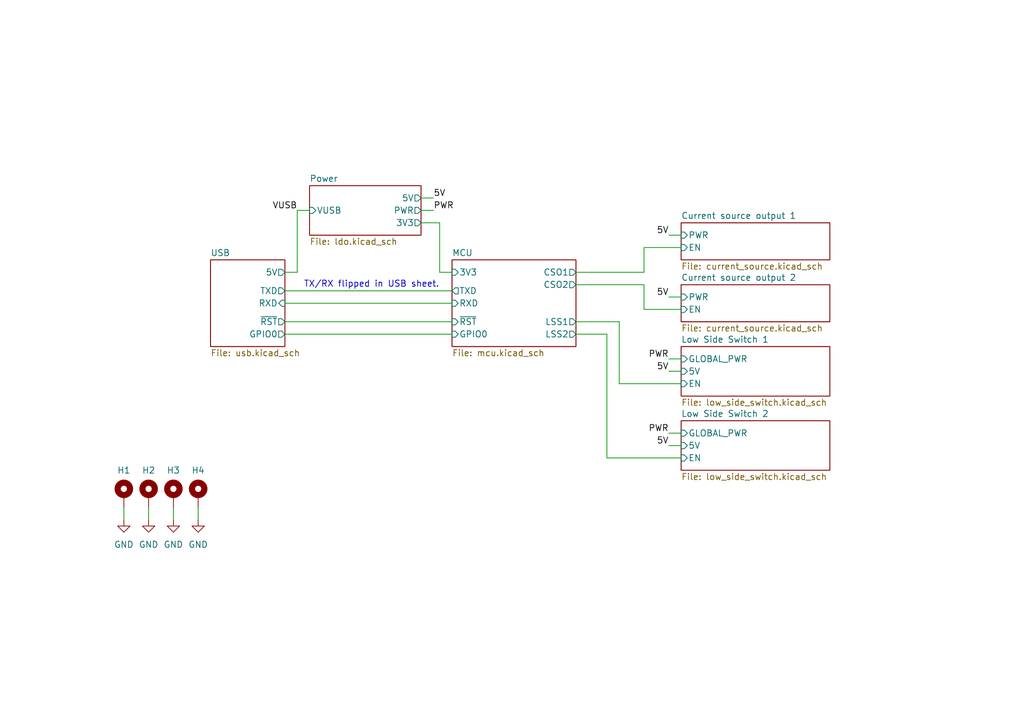
<source format=kicad_sch>
(kicad_sch (version 20250114) (generator "eeschema") (generator_version "9.0")
  (paper "A5")
  (title_block (title "Top Level") (date "2025-11-02") (company "Marcel Robitaille"))
  (lib_symbols
    (symbol "Mechanical:MountingHole_Pad" (pin_numbers (hide yes)) (pin_names (offset 1.016) (hide yes)) (in_bom no)
      (property "Reference" "H" (at 0 6.35 0))
      (property "Value" "MountingHole_Pad" (at 0 4.445 0))
      (symbol "MountingHole_Pad_0_1"
        (circle (center 0 1.27) (radius 1.27) (stroke (width 1.27)))
      )
      (symbol "MountingHole_Pad_1_1"
        (pin input line (at 0 -2.54 90) (length 2.54) (name "1") (number "1"))
      )
    )
    (symbol "power:GND" (power) (pin_numbers (hide yes)) (pin_names (offset 0) (hide yes))
      (property "Value" "GND" (at 0 -3.81 0))
      (symbol "GND_0_1"
        (polyline (pts (xy 0 0) (xy 0 -1.27) (xy 1.27 -1.27) (xy 0 -2.54) (xy -1.27 -1.27) (xy 0 -1.27)))
      )
      (symbol "GND_1_1"
        (pin power_in line (at 0 0 270) (length 0) (name "~") (number "1"))
      )
    )
  )
  (bus_alias "SPI" (members "MOSI" "MISO" "SCLK" "~{CS}"))
  (text "TX/RX flipped in USB sheet." (at 76.2 58.42 0) (effects (font (size 1.27 1.27))))
  (wire (pts (xy 132.08 55.88) (xy 132.08 50.8)))
  (wire (pts (xy 118.11 66.04) (xy 127 66.04)))
  (wire (pts (xy 132.08 58.42) (xy 132.08 63.5)))
  (wire (pts (xy 137.16 76.2) (xy 139.7 76.2)))
  (wire (pts (xy 58.42 62.23) (xy 92.71 62.23)))
  (wire (pts (xy 25.4 104.14) (xy 25.4 106.68)))
  (wire (pts (xy 137.16 88.9) (xy 139.7 88.9)))
  (wire (pts (xy 86.36 43.18) (xy 88.9 43.18)))
  (wire (pts (xy 118.11 55.88) (xy 132.08 55.88)))
  (wire (pts (xy 137.16 73.66) (xy 139.7 73.66)))
  (wire (pts (xy 60.96 43.18) (xy 63.5 43.18)))
  (wire (pts (xy 137.16 91.44) (xy 139.7 91.44)))
  (wire (pts (xy 40.64 104.14) (xy 40.64 106.68)))
  (wire (pts (xy 118.11 68.58) (xy 124.46 68.58)))
  (wire (pts (xy 124.46 68.58) (xy 124.46 93.98)))
  (wire (pts (xy 60.96 55.88) (xy 60.96 43.18)))
  (wire (pts (xy 58.42 68.58) (xy 92.71 68.58)))
  (wire (pts (xy 30.48 104.14) (xy 30.48 106.68)))
  (wire (pts (xy 124.46 93.98) (xy 139.7 93.98)))
  (wire (pts (xy 127 78.74) (xy 139.7 78.74)))
  (wire (pts (xy 132.08 50.8) (xy 139.7 50.8)))
  (wire (pts (xy 58.42 59.69) (xy 92.71 59.69)))
  (wire (pts (xy 86.36 45.72) (xy 90.17 45.72)))
  (wire (pts (xy 127 66.04) (xy 127 78.74)))
  (wire (pts (xy 58.42 66.04) (xy 92.71 66.04)))
  (wire (pts (xy 137.16 48.26) (xy 139.7 48.26)))
  (wire (pts (xy 137.16 60.96) (xy 139.7 60.96)))
  (wire (pts (xy 118.11 58.42) (xy 132.08 58.42)))
  (wire (pts (xy 92.71 55.88) (xy 90.17 55.88)))
  (wire (pts (xy 86.36 40.64) (xy 88.9 40.64)))
  (wire (pts (xy 58.42 55.88) (xy 60.96 55.88)))
  (wire (pts (xy 90.17 55.88) (xy 90.17 45.72)))
  (wire (pts (xy 132.08 63.5) (xy 139.7 63.5)))
  (wire (pts (xy 35.56 104.14) (xy 35.56 106.68)))
  (label "5V" (at 137.16 91.44 180))
  (label "5V" (at 137.16 60.96 180))
  (label "PWR" (at 137.16 88.9 180))
  (label "VUSB" (at 60.96 43.18 180))
  (label "PWR" (at 88.9 43.18 0))
  (label "PWR" (at 137.16 73.66 180))
  (label "5V" (at 88.9 40.64 0))
  (label "5V" (at 137.16 76.2 180))
  (label "5V" (at 137.16 48.26 180))
  (symbol (lib_id "power:GND") (at 35.56 106.68 0) (unit 1)
    (property "Reference" "#PWR037" (effects (hide yes)))
    (property "Value" "GND" (at 35.56 111.76 0))
    (property "Description" "Power symbol creates a global label with name \"GND\" , ground" (effects (hide yes)))
  )
  (symbol (lib_id "Mechanical:MountingHole_Pad") (at 30.48 101.6 0) (unit 1) (in_bom no)
    (property "Reference" "H2" (at 30.48 96.52 0))
    (property "Value" "MountingHole_Pad" (effects (hide yes)))
    (property "Footprint" "MountingHole:MountingHole_2.2mm_M2_Pad" (effects (hide yes)))
    (property "Description" "Mounting Hole with connection" (effects (hide yes)))
  )
  (symbol (lib_id "Mechanical:MountingHole_Pad") (at 40.64 101.6 0) (unit 1) (in_bom no)
    (property "Reference" "H4" (at 40.64 96.52 0))
    (property "Value" "MountingHole_Pad" (effects (hide yes)))
    (property "Footprint" "MountingHole:MountingHole_2.2mm_M2_Pad" (effects (hide yes)))
    (property "Description" "Mounting Hole with connection" (effects (hide yes)))
  )
  (symbol (lib_id "Mechanical:MountingHole_Pad") (at 25.4 101.6 0) (unit 1) (in_bom no)
    (property "Reference" "H1" (at 25.4 96.52 0))
    (property "Value" "MountingHole_Pad" (effects (hide yes)))
    (property "Footprint" "MountingHole:MountingHole_2.2mm_M2_Pad" (effects (hide yes)))
    (property "Description" "Mounting Hole with connection" (effects (hide yes)))
  )
  (symbol (lib_id "power:GND") (at 40.64 106.68 0) (unit 1)
    (property "Reference" "#PWR038" (effects (hide yes)))
    (property "Value" "GND" (at 40.64 111.76 0))
    (property "Description" "Power symbol creates a global label with name \"GND\" , ground" (effects (hide yes)))
  )
  (symbol (lib_id "power:GND") (at 25.4 106.68 0) (unit 1)
    (property "Reference" "#PWR035" (effects (hide yes)))
    (property "Value" "GND" (at 25.4 111.76 0))
    (property "Description" "Power symbol creates a global label with name \"GND\" , ground" (effects (hide yes)))
  )
  (symbol (lib_id "power:GND") (at 30.48 106.68 0) (unit 1)
    (property "Reference" "#PWR036" (effects (hide yes)))
    (property "Value" "GND" (at 30.48 111.76 0))
    (property "Description" "Power symbol creates a global label with name \"GND\" , ground" (effects (hide yes)))
  )
  (symbol (lib_id "Mechanical:MountingHole_Pad") (at 35.56 101.6 0) (unit 1) (in_bom no)
    (property "Reference" "H3" (at 35.56 96.52 0))
    (property "Value" "MountingHole_Pad" (effects (hide yes)))
    (property "Footprint" "MountingHole:MountingHole_2.2mm_M2_Pad" (effects (hide yes)))
    (property "Description" "Mounting Hole with connection" (effects (hide yes)))
  )
  (sheet (at 139.7 45.72) (size 30.48 7.62) (stroke (width 0.1524))
    (property "Sheetname" "Current source output 1" (at 139.7 45.0084 0) (effects (justify left bottom)))
    (property "Sheetfile" "current_source.kicad_sch" (at 139.7 53.9246 0) (effects (justify left top)))
    (pin "EN" input (at 139.7 50.8 180))
    (pin "PWR" input (at 139.7 48.26 180))
  )
  (sheet (at 139.7 58.42) (size 30.48 7.62) (stroke (width 0.1524))
    (property "Sheetname" "Current source output 2" (at 139.7 57.7084 0) (effects (justify left bottom)))
    (property "Sheetfile" "current_source.kicad_sch" (at 139.7 66.6246 0) (effects (justify left top)))
    (pin "EN" input (at 139.7 63.5 180))
    (pin "PWR" input (at 139.7 60.96 180))
  )
  (sheet (at 139.7 86.36) (size 30.48 10.16) (stroke (width 0.1524))
    (property "Sheetname" "Low Side Switch 2" (at 139.7 85.6484 0) (effects (justify left bottom)))
    (property "Sheetfile" "low_side_switch.kicad_sch" (at 139.7 97.1046 0) (effects (justify left top)))
    (pin "5V" input (at 139.7 91.44 180))
    (pin "EN" input (at 139.7 93.98 180))
    (pin "GLOBAL_PWR" input (at 139.7 88.9 180))
  )
  (sheet (at 63.5 38.1) (size 22.86 10.16) (stroke (width 0.1524))
    (property "Sheetname" "Power" (at 63.5 37.3884 0) (effects (justify left bottom)))
    (property "Sheetfile" "ldo.kicad_sch" (at 63.5 48.8446 0) (effects (justify left top)))
    (pin "3V3" output (at 86.36 45.72 0))
    (pin "5V" output (at 86.36 40.64 0))
    (pin "VUSB" input (at 63.5 43.18 180))
    (pin "PWR" output (at 86.36 43.18 0))
  )
  (sheet (at 92.71 53.34) (size 25.4 17.78) (stroke (width 0.1524))
    (property "Sheetname" "MCU" (at 92.71 52.6284 0) (effects (justify left bottom)))
    (property "Sheetfile" "mcu.kicad_sch" (at 92.71 71.7046 0) (effects (justify left top)))
    (pin "TXD" output (at 92.71 59.69 180))
    (pin "RXD" input (at 92.71 62.23 180))
    (pin "3V3" input (at 92.71 55.88 180))
    (pin "GPIO0" input (at 92.71 68.58 180))
    (pin "~{RST}" input (at 92.71 66.04 180))
    (pin "CSO1" output (at 118.11 55.88 0))
    (pin "CSO2" output (at 118.11 58.42 0))
    (pin "LSS1" output (at 118.11 66.04 0))
    (pin "LSS2" output (at 118.11 68.58 0))
  )
  (sheet (at 43.18 53.34) (size 15.24 17.78) (stroke (width 0.1524))
    (property "Sheetname" "USB" (at 43.18 52.6284 0) (effects (justify left bottom)))
    (property "Sheetfile" "usb.kicad_sch" (at 43.18 71.7046 0) (effects (justify left top)))
    (pin "TXD" output (at 58.42 59.69 0))
    (pin "RXD" input (at 58.42 62.23 0))
    (pin "5V" output (at 58.42 55.88 0))
    (pin "~{RST}" output (at 58.42 66.04 0))
    (pin "GPIO0" output (at 58.42 68.58 0))
  )
  (sheet (at 139.7 71.12) (size 30.48 10.16) (stroke (width 0.1524))
    (property "Sheetname" "Low Side Switch 1" (at 139.7 70.4084 0) (effects (justify left bottom)))
    (property "Sheetfile" "low_side_switch.kicad_sch" (at 139.7 81.8646 0) (effects (justify left top)))
    (pin "5V" input (at 139.7 76.2 180))
    (pin "EN" input (at 139.7 78.74 180))
    (pin "GLOBAL_PWR" input (at 139.7 73.66 180))
  )
)
</source>
